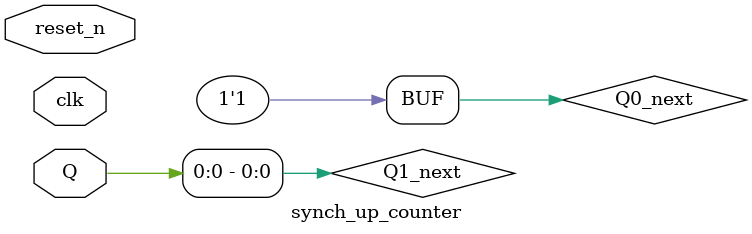
<source format=v>
`timescale 1ns / 1ps


module synch_up_counter(
    input clk,
    input reset_n, // way to reset all values of T-Flip flops to 0
    input [3:0] Q
    );
    
    wire Q0_next, Q1_next, Q3_next;
    
    assign Q0_next = 1'b1;
    T_FF FF0 (
        .clk(clk),
        .T(Q0_next),
        .reset_n(reset_n),
        .Q(Q[0])
    );
    
    assign Q1_next = Q0_next & Q[0];
    T_FF FF1 (
        .clk(clk),
        .T(Q1_next),
        .reset_n(reset_n),
        .Q(Q[1])
    );
    
    assign Q2_next = Q1_next & Q[1];
    T_FF FF2 (
        .clk(clk),
        .T(Q_next),
        .reset_n(reset_n),
        .Q(Q[2])
    );
    
    assign Q3_next = Q2_next & Q[2];
    T_FF FF3 (
        .clk(clk),
        .T(Q3_next),
        .reset_n(reset_n),
        .Q(Q[3])
    );
    
endmodule

</source>
